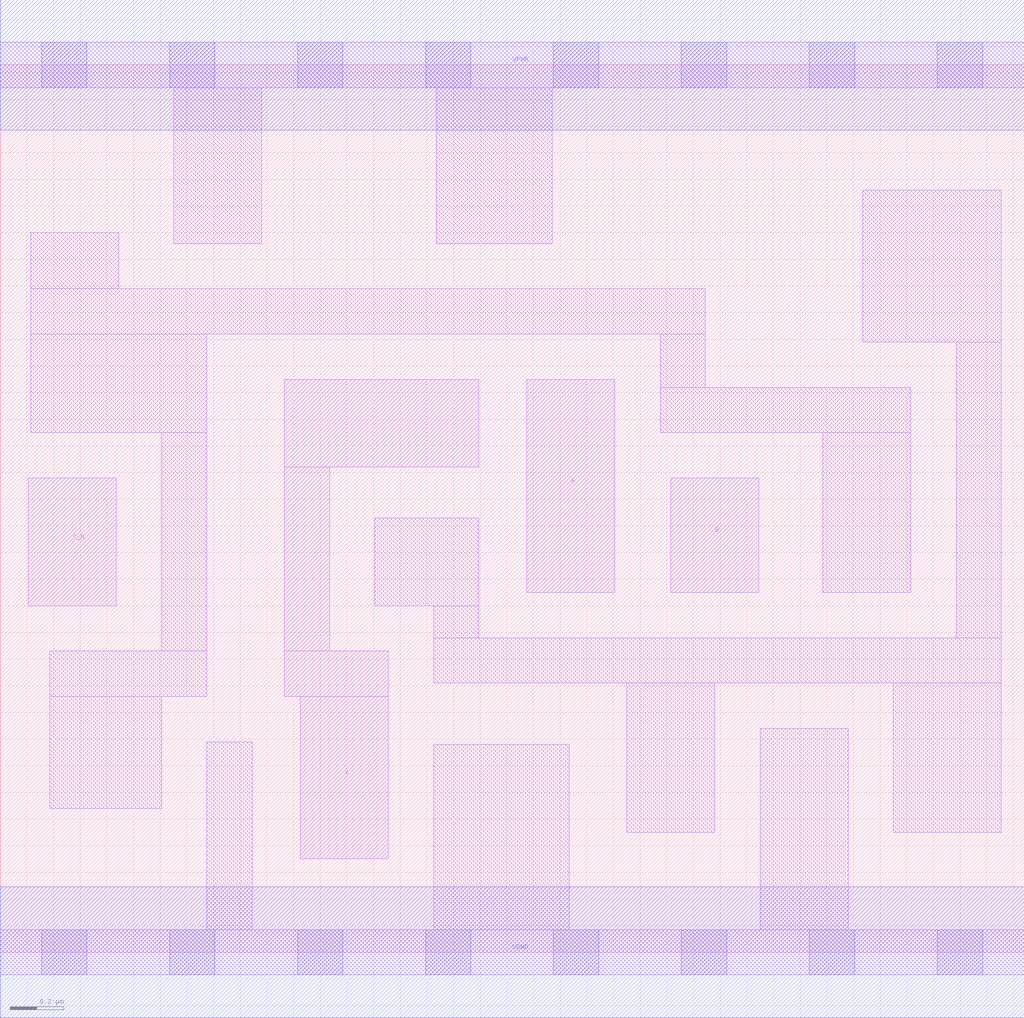
<source format=lef>
# Copyright 2020 The SkyWater PDK Authors
#
# Licensed under the Apache License, Version 2.0 (the "License");
# you may not use this file except in compliance with the License.
# You may obtain a copy of the License at
#
#     https://www.apache.org/licenses/LICENSE-2.0
#
# Unless required by applicable law or agreed to in writing, software
# distributed under the License is distributed on an "AS IS" BASIS,
# WITHOUT WARRANTIES OR CONDITIONS OF ANY KIND, either express or implied.
# See the License for the specific language governing permissions and
# limitations under the License.
#
# SPDX-License-Identifier: Apache-2.0

VERSION 5.7 ;
  NAMESCASESENSITIVE ON ;
  NOWIREEXTENSIONATPIN ON ;
  DIVIDERCHAR "/" ;
  BUSBITCHARS "[]" ;
UNITS
  DATABASE MICRONS 200 ;
END UNITS
MACRO sky130_fd_sc_ms__or3b_2
  CLASS CORE ;
  SOURCE USER ;
  FOREIGN sky130_fd_sc_ms__or3b_2 ;
  ORIGIN  0.000000  0.000000 ;
  SIZE  3.840000 BY  3.330000 ;
  SYMMETRY X Y ;
  SITE unit ;
  PIN A
    ANTENNAGATEAREA  0.276000 ;
    DIRECTION INPUT ;
    USE SIGNAL ;
    PORT
      LAYER li1 ;
        RECT 1.975000 1.350000 2.305000 2.150000 ;
    END
  END A
  PIN B
    ANTENNAGATEAREA  0.276000 ;
    DIRECTION INPUT ;
    USE SIGNAL ;
    PORT
      LAYER li1 ;
        RECT 2.515000 1.350000 2.845000 1.780000 ;
    END
  END B
  PIN C_N
    ANTENNAGATEAREA  0.233700 ;
    DIRECTION INPUT ;
    USE SIGNAL ;
    PORT
      LAYER li1 ;
        RECT 0.105000 1.300000 0.435000 1.780000 ;
    END
  END C_N
  PIN X
    ANTENNADIFFAREA  0.509600 ;
    DIRECTION OUTPUT ;
    USE SIGNAL ;
    PORT
      LAYER li1 ;
        RECT 1.065000 0.960000 1.455000 1.130000 ;
        RECT 1.065000 1.130000 1.235000 1.820000 ;
        RECT 1.065000 1.820000 1.795000 2.150000 ;
        RECT 1.125000 0.350000 1.455000 0.960000 ;
    END
  END X
  PIN VGND
    DIRECTION INOUT ;
    USE GROUND ;
    PORT
      LAYER met1 ;
        RECT 0.000000 -0.245000 3.840000 0.245000 ;
    END
  END VGND
  PIN VPWR
    DIRECTION INOUT ;
    USE POWER ;
    PORT
      LAYER met1 ;
        RECT 0.000000 3.085000 3.840000 3.575000 ;
    END
  END VPWR
  OBS
    LAYER li1 ;
      RECT 0.000000 -0.085000 3.840000 0.085000 ;
      RECT 0.000000  3.245000 3.840000 3.415000 ;
      RECT 0.115000  1.950000 0.775000 2.320000 ;
      RECT 0.115000  2.320000 2.645000 2.490000 ;
      RECT 0.115000  2.490000 0.445000 2.700000 ;
      RECT 0.185000  0.540000 0.605000 0.960000 ;
      RECT 0.185000  0.960000 0.775000 1.130000 ;
      RECT 0.605000  1.130000 0.775000 1.950000 ;
      RECT 0.650000  2.660000 0.980000 3.245000 ;
      RECT 0.775000  0.085000 0.945000 0.790000 ;
      RECT 1.405000  1.300000 1.795000 1.630000 ;
      RECT 1.625000  0.085000 2.135000 0.780000 ;
      RECT 1.625000  1.010000 3.755000 1.180000 ;
      RECT 1.625000  1.180000 1.795000 1.300000 ;
      RECT 1.635000  2.660000 2.070000 3.245000 ;
      RECT 2.350000  0.450000 2.680000 1.010000 ;
      RECT 2.475000  1.950000 3.415000 2.120000 ;
      RECT 2.475000  2.120000 2.645000 2.320000 ;
      RECT 2.850000  0.085000 3.180000 0.840000 ;
      RECT 3.085000  1.350000 3.415000 1.950000 ;
      RECT 3.235000  2.290000 3.755000 2.860000 ;
      RECT 3.350000  0.450000 3.755000 1.010000 ;
      RECT 3.585000  1.180000 3.755000 2.290000 ;
    LAYER mcon ;
      RECT 0.155000 -0.085000 0.325000 0.085000 ;
      RECT 0.155000  3.245000 0.325000 3.415000 ;
      RECT 0.635000 -0.085000 0.805000 0.085000 ;
      RECT 0.635000  3.245000 0.805000 3.415000 ;
      RECT 1.115000 -0.085000 1.285000 0.085000 ;
      RECT 1.115000  3.245000 1.285000 3.415000 ;
      RECT 1.595000 -0.085000 1.765000 0.085000 ;
      RECT 1.595000  3.245000 1.765000 3.415000 ;
      RECT 2.075000 -0.085000 2.245000 0.085000 ;
      RECT 2.075000  3.245000 2.245000 3.415000 ;
      RECT 2.555000 -0.085000 2.725000 0.085000 ;
      RECT 2.555000  3.245000 2.725000 3.415000 ;
      RECT 3.035000 -0.085000 3.205000 0.085000 ;
      RECT 3.035000  3.245000 3.205000 3.415000 ;
      RECT 3.515000 -0.085000 3.685000 0.085000 ;
      RECT 3.515000  3.245000 3.685000 3.415000 ;
  END
END sky130_fd_sc_ms__or3b_2
END LIBRARY

</source>
